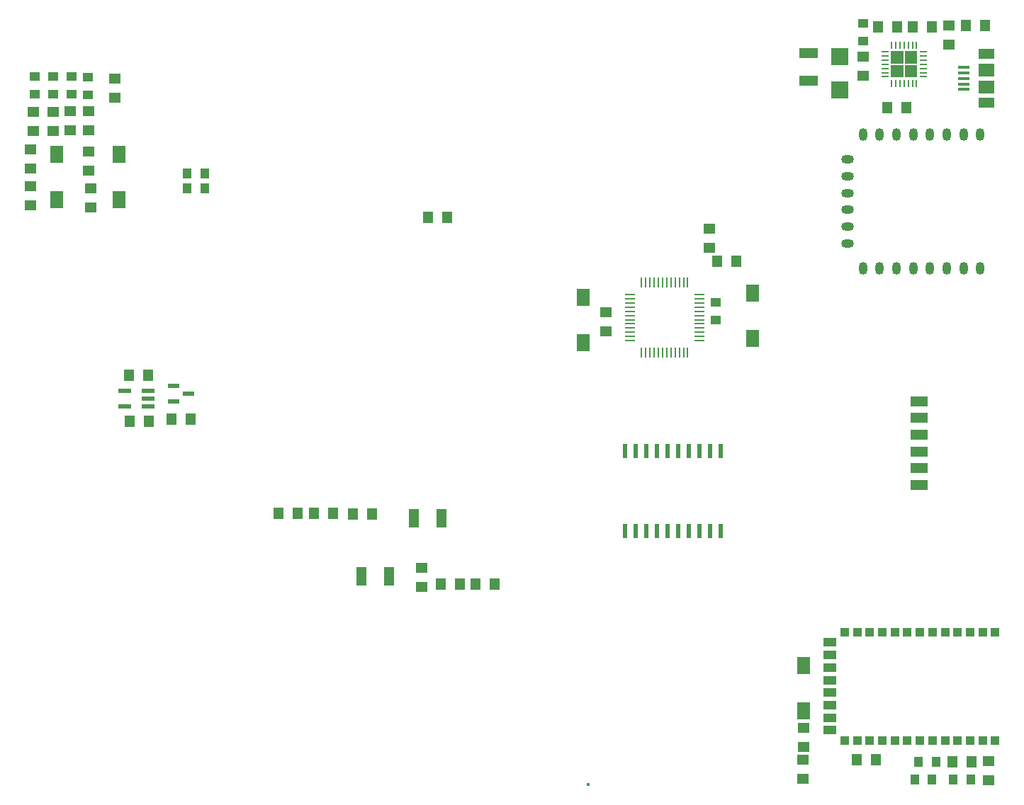
<source format=gtp>
G04*
G04 #@! TF.GenerationSoftware,Altium Limited,Altium Designer,18.1.6 (161)*
G04*
G04 Layer_Color=8421504*
%FSTAX24Y24*%
%MOIN*%
G70*
G01*
G75*
%ADD23R,0.0150X0.0150*%
%ADD24R,0.0750X0.0590*%
%ADD25R,0.0530X0.0160*%
%ADD26R,0.0550X0.0500*%
%ADD27R,0.0870X0.0500*%
%ADD28R,0.0080X0.0340*%
%ADD29R,0.0340X0.0080*%
%ADD30R,0.0500X0.0550*%
%ADD31O,0.0400X0.0600*%
%ADD32O,0.0600X0.0400*%
%ADD33R,0.0472X0.0433*%
%ADD34R,0.0787X0.0787*%
%ADD35R,0.0787X0.0512*%
%ADD36R,0.0600X0.0210*%
%ADD37R,0.0520X0.0220*%
%ADD38R,0.0210X0.0710*%
%ADD39R,0.0500X0.0870*%
%ADD40R,0.0591X0.0787*%
%ADD41R,0.0070X0.0460*%
%ADD42R,0.0460X0.0070*%
%ADD43R,0.0433X0.0472*%
%ADD44R,0.0394X0.0394*%
%ADD45R,0.0600X0.0394*%
G36*
X046645Y036863D02*
X045895D01*
Y037323D01*
X046645D01*
Y036863D01*
D02*
G37*
G36*
X043022Y036654D02*
X042441D01*
Y037235D01*
X043022D01*
Y036654D01*
D02*
G37*
G36*
X042362D02*
X041781D01*
Y037235D01*
X042362D01*
Y036654D01*
D02*
G37*
G36*
X043022Y035994D02*
X042441D01*
Y036575D01*
X043022D01*
Y035994D01*
D02*
G37*
G36*
X042362D02*
X041781D01*
Y036575D01*
X042362D01*
Y035994D01*
D02*
G37*
G36*
X046645Y034567D02*
X045895D01*
Y035027D01*
X046645D01*
Y034567D01*
D02*
G37*
D23*
X027559Y002717D02*
D03*
D24*
X04627Y036339D02*
D03*
Y035551D02*
D03*
D25*
X045217Y036457D02*
D03*
Y036201D02*
D03*
Y035945D02*
D03*
Y035689D02*
D03*
Y035433D02*
D03*
D26*
X001457Y03347D02*
D03*
Y03437D02*
D03*
X002362Y03347D02*
D03*
Y03437D02*
D03*
X003189Y033509D02*
D03*
Y034409D02*
D03*
X004055Y033504D02*
D03*
Y034404D02*
D03*
X044508Y037535D02*
D03*
Y038435D02*
D03*
X040472Y036063D02*
D03*
Y036963D02*
D03*
X033228Y027958D02*
D03*
Y028858D02*
D03*
X019724Y012008D02*
D03*
Y012908D02*
D03*
X028386Y024955D02*
D03*
Y024055D02*
D03*
X005276Y035939D02*
D03*
Y035039D02*
D03*
X004055Y03162D02*
D03*
Y03252D02*
D03*
X001299Y031698D02*
D03*
Y032598D02*
D03*
X004134Y029887D02*
D03*
Y030787D02*
D03*
X001299Y030866D02*
D03*
Y029966D02*
D03*
X046378Y003813D02*
D03*
Y002913D02*
D03*
X037667Y005374D02*
D03*
Y004474D02*
D03*
X037657Y003888D02*
D03*
Y002988D02*
D03*
D27*
X037913Y037126D02*
D03*
Y035826D02*
D03*
D28*
X042992Y035719D02*
D03*
X042795D02*
D03*
X042598D02*
D03*
X042402D02*
D03*
X042205D02*
D03*
X042008D02*
D03*
X041811D02*
D03*
Y037509D02*
D03*
X042008D02*
D03*
X042205D02*
D03*
X042402D02*
D03*
X042598D02*
D03*
X042795D02*
D03*
X042992D02*
D03*
D29*
X041507Y036024D02*
D03*
Y03622D02*
D03*
Y036417D02*
D03*
Y036614D02*
D03*
Y036811D02*
D03*
Y037008D02*
D03*
Y037205D02*
D03*
X043297D02*
D03*
Y037008D02*
D03*
Y036811D02*
D03*
Y036614D02*
D03*
Y036417D02*
D03*
Y03622D02*
D03*
Y036024D02*
D03*
D30*
X04252Y034567D02*
D03*
X04162D02*
D03*
X042795Y038386D02*
D03*
X043695D02*
D03*
X046205Y038425D02*
D03*
X045305D02*
D03*
X042087Y038386D02*
D03*
X041187D02*
D03*
X020906Y029409D02*
D03*
X020006D02*
D03*
X007958Y019921D02*
D03*
X008859D02*
D03*
X005984Y019803D02*
D03*
X006884D02*
D03*
X00685Y021969D02*
D03*
X00595D02*
D03*
X013892Y015472D02*
D03*
X012992D02*
D03*
X015551Y015462D02*
D03*
X014651D02*
D03*
X017362Y015433D02*
D03*
X016462D02*
D03*
X02225Y012126D02*
D03*
X02315D02*
D03*
X020596D02*
D03*
X021496D02*
D03*
X034498Y027333D02*
D03*
X033598D02*
D03*
X045585Y00378D02*
D03*
X044685D02*
D03*
X041063Y003858D02*
D03*
X040163D02*
D03*
D31*
X045984Y027008D02*
D03*
X045197D02*
D03*
X044409D02*
D03*
X043622D02*
D03*
X042835D02*
D03*
X042047D02*
D03*
X04126D02*
D03*
X040472D02*
D03*
Y033307D02*
D03*
X04126D02*
D03*
X042047D02*
D03*
X042835D02*
D03*
X043622D02*
D03*
X044409D02*
D03*
X045197D02*
D03*
X045984D02*
D03*
D32*
X039748Y028189D02*
D03*
Y028976D02*
D03*
Y029764D02*
D03*
Y030551D02*
D03*
Y031339D02*
D03*
Y032126D02*
D03*
D33*
X040472Y037697D02*
D03*
Y038524D02*
D03*
X033556Y025394D02*
D03*
Y024567D02*
D03*
X001496Y035217D02*
D03*
Y036043D02*
D03*
X002362Y035197D02*
D03*
Y036024D02*
D03*
X003228Y035197D02*
D03*
Y036024D02*
D03*
X004016Y035177D02*
D03*
Y036004D02*
D03*
D34*
X03937Y035394D02*
D03*
Y036969D02*
D03*
D35*
X04311Y016811D02*
D03*
Y020748D02*
D03*
Y019961D02*
D03*
Y019173D02*
D03*
Y017598D02*
D03*
Y018386D02*
D03*
D36*
X005752Y02124D02*
D03*
Y020492D02*
D03*
X006847Y02124D02*
D03*
Y020866D02*
D03*
Y020492D02*
D03*
D37*
X008053Y021477D02*
D03*
Y020727D02*
D03*
X008759Y021102D02*
D03*
D38*
X033785Y018415D02*
D03*
X033285D02*
D03*
X032785D02*
D03*
X032285D02*
D03*
X031785D02*
D03*
X031285D02*
D03*
X030785D02*
D03*
X030285D02*
D03*
X029785D02*
D03*
X029285D02*
D03*
Y014655D02*
D03*
X029785D02*
D03*
X030285D02*
D03*
X030785D02*
D03*
X031285D02*
D03*
X031785D02*
D03*
X032285D02*
D03*
X032785D02*
D03*
X033285D02*
D03*
X033785D02*
D03*
D39*
X01817Y01252D02*
D03*
X01687D02*
D03*
X01935Y015236D02*
D03*
X02065D02*
D03*
D40*
X027323Y02563D02*
D03*
Y023504D02*
D03*
X035285Y025827D02*
D03*
Y023701D02*
D03*
X005472Y030236D02*
D03*
Y032362D02*
D03*
X002559Y030236D02*
D03*
Y032362D02*
D03*
X037677Y008307D02*
D03*
Y006181D02*
D03*
D41*
X032224Y023045D02*
D03*
X032028D02*
D03*
X031831D02*
D03*
X031634D02*
D03*
X031437D02*
D03*
X03124D02*
D03*
X031043D02*
D03*
X030846D02*
D03*
X03065D02*
D03*
X030453D02*
D03*
X030256D02*
D03*
X030059D02*
D03*
Y026325D02*
D03*
X030256D02*
D03*
X030453D02*
D03*
X03065D02*
D03*
X030846D02*
D03*
X031043D02*
D03*
X03124D02*
D03*
X031437D02*
D03*
X031634D02*
D03*
X031831D02*
D03*
X032028D02*
D03*
X032224D02*
D03*
D42*
X029502Y023602D02*
D03*
Y023799D02*
D03*
Y023996D02*
D03*
Y024193D02*
D03*
Y02439D02*
D03*
Y024587D02*
D03*
Y024783D02*
D03*
Y02498D02*
D03*
Y025177D02*
D03*
Y025374D02*
D03*
Y025571D02*
D03*
Y025768D02*
D03*
X032782D02*
D03*
Y025571D02*
D03*
Y025374D02*
D03*
Y025177D02*
D03*
Y02498D02*
D03*
Y024783D02*
D03*
Y024587D02*
D03*
Y02439D02*
D03*
Y024193D02*
D03*
Y023996D02*
D03*
Y023799D02*
D03*
Y023602D02*
D03*
D43*
X008691Y031486D02*
D03*
X009518D02*
D03*
X008691Y030778D02*
D03*
X009518D02*
D03*
X043917Y00378D02*
D03*
X043091D02*
D03*
X045551Y002953D02*
D03*
X044724D02*
D03*
X042894D02*
D03*
X04372D02*
D03*
D44*
X046693Y004764D02*
D03*
X046102D02*
D03*
X045512D02*
D03*
X044921D02*
D03*
X044331D02*
D03*
X04374D02*
D03*
X04315D02*
D03*
X042559D02*
D03*
X041968D02*
D03*
X041378D02*
D03*
X040787D02*
D03*
X040197D02*
D03*
X039606D02*
D03*
Y009882D02*
D03*
X040197D02*
D03*
X040787D02*
D03*
X041378D02*
D03*
X041968D02*
D03*
X042559D02*
D03*
X04315D02*
D03*
X04374D02*
D03*
X044331D02*
D03*
X044921D02*
D03*
X045512D02*
D03*
X046102D02*
D03*
X046693D02*
D03*
D45*
X038917Y005256D02*
D03*
Y005846D02*
D03*
Y006437D02*
D03*
Y007028D02*
D03*
Y007618D02*
D03*
Y008209D02*
D03*
Y008799D02*
D03*
Y00939D02*
D03*
M02*

</source>
